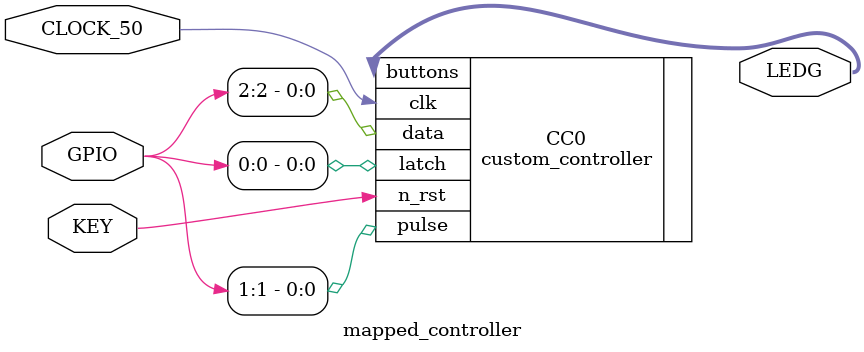
<source format=sv>


module mapped_controller
(
    input logic CLOCK_50,
    input logic [0:0]KEY,
    output logic [7:0]LEDG,
    inout logic [2:0]GPIO
);

    custom_controller CC0 (.clk(CLOCK_50), .n_rst(KEY[0]), .data(GPIO[2]), .latch(GPIO[0]), .pulse(GPIO[1]), .buttons(LEDG[7:0]));

endmodule

</source>
